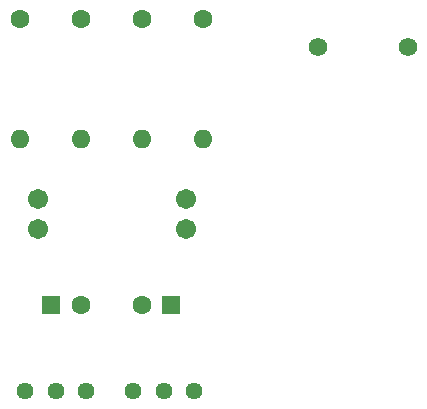
<source format=gbr>
%TF.GenerationSoftware,KiCad,Pcbnew,7.0.7*%
%TF.CreationDate,2023-10-13T15:54:56-04:00*%
%TF.ProjectId,project1,70726f6a-6563-4743-912e-6b696361645f,rev?*%
%TF.SameCoordinates,Original*%
%TF.FileFunction,Soldermask,Bot*%
%TF.FilePolarity,Negative*%
%FSLAX46Y46*%
G04 Gerber Fmt 4.6, Leading zero omitted, Abs format (unit mm)*
G04 Created by KiCad (PCBNEW 7.0.7) date 2023-10-13 15:54:56*
%MOMM*%
%LPD*%
G01*
G04 APERTURE LIST*
%ADD10C,1.600000*%
%ADD11O,1.600000X1.600000*%
%ADD12R,1.600000X1.600000*%
%ADD13C,1.575000*%
%ADD14C,1.440000*%
%ADD15C,1.712000*%
G04 APERTURE END LIST*
D10*
%TO.C,R4*%
X103251000Y-103632000D03*
D11*
X103251000Y-113792000D03*
%TD*%
D12*
%TO.C,C2*%
X116078000Y-127889000D03*
D10*
X113578000Y-127889000D03*
%TD*%
D12*
%TO.C,C1*%
X105918000Y-127889000D03*
D10*
X108418000Y-127889000D03*
%TD*%
D13*
%TO.C,S1*%
X136145000Y-106045000D03*
X128525000Y-106045000D03*
%TD*%
D14*
%TO.C,Q2*%
X112843000Y-135125998D03*
X115443000Y-135125998D03*
X118043000Y-135125998D03*
%TD*%
D10*
%TO.C,R3*%
X108415666Y-103632000D03*
D11*
X108415666Y-113792000D03*
%TD*%
D10*
%TO.C,R1*%
X118745000Y-103632000D03*
D11*
X118745000Y-113792000D03*
%TD*%
D15*
%TO.C,D1*%
X104775000Y-121412000D03*
X104775000Y-118872000D03*
%TD*%
D14*
%TO.C,Q1*%
X103699000Y-135125998D03*
X106299000Y-135125998D03*
X108899000Y-135125998D03*
%TD*%
D10*
%TO.C,R2*%
X113580332Y-103632000D03*
D11*
X113580332Y-113792000D03*
%TD*%
D15*
%TO.C,D2*%
X117348000Y-121412000D03*
X117348000Y-118872000D03*
%TD*%
M02*

</source>
